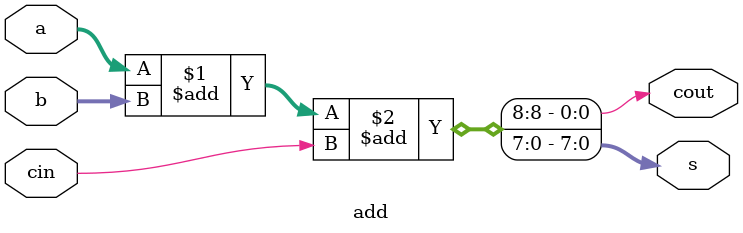
<source format=v>
module add #(parameter N = 8)(
  input [N-1:0] a,b,
  input         cin,
  output [N-1:0] s,
  output         cout
);

assign {cout, s} = a + b + cin;

endmodule
</source>
